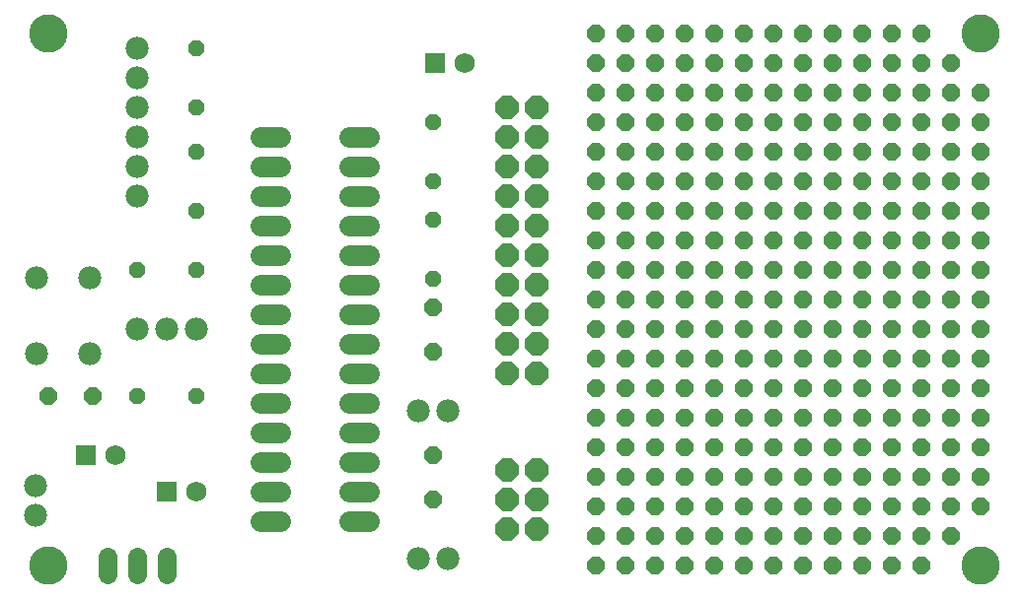
<source format=gts>
G75*
G70*
%OFA0B0*%
%FSLAX24Y24*%
%IPPOS*%
%LPD*%
%AMOC8*
5,1,8,0,0,1.08239X$1,22.5*
%
%ADD10C,0.1300*%
%ADD11C,0.0690*%
%ADD12OC8,0.0600*%
%ADD13C,0.0780*%
%ADD14OC8,0.0560*%
%ADD15C,0.0690*%
%ADD16R,0.0690X0.0690*%
%ADD17C,0.0640*%
%ADD18OC8,0.0780*%
D10*
X001160Y001500D03*
X001160Y019500D03*
X032660Y019500D03*
X032660Y001500D03*
D11*
X011985Y003000D02*
X011335Y003000D01*
X011335Y004000D02*
X011985Y004000D01*
X011985Y005000D02*
X011335Y005000D01*
X011335Y006000D02*
X011985Y006000D01*
X011985Y007000D02*
X011335Y007000D01*
X011335Y008000D02*
X011985Y008000D01*
X011985Y009000D02*
X011335Y009000D01*
X011335Y010000D02*
X011985Y010000D01*
X011985Y011000D02*
X011335Y011000D01*
X011335Y012000D02*
X011985Y012000D01*
X011985Y013000D02*
X011335Y013000D01*
X011335Y014000D02*
X011985Y014000D01*
X011985Y015000D02*
X011335Y015000D01*
X011335Y016000D02*
X011985Y016000D01*
X008985Y016000D02*
X008335Y016000D01*
X008335Y015000D02*
X008985Y015000D01*
X008985Y014000D02*
X008335Y014000D01*
X008335Y013000D02*
X008985Y013000D01*
X008985Y012000D02*
X008335Y012000D01*
X008335Y011000D02*
X008985Y011000D01*
X008985Y010000D02*
X008335Y010000D01*
X008335Y009000D02*
X008985Y009000D01*
X008985Y008000D02*
X008335Y008000D01*
X008335Y007000D02*
X008985Y007000D01*
X008985Y006000D02*
X008335Y006000D01*
X008335Y005000D02*
X008985Y005000D01*
X008985Y004000D02*
X008335Y004000D01*
X008335Y003000D02*
X008985Y003000D01*
D12*
X014160Y003750D03*
X014160Y005250D03*
X014160Y008750D03*
X014160Y010250D03*
X019660Y010500D03*
X020660Y010500D03*
X021660Y010500D03*
X022660Y010500D03*
X023660Y010500D03*
X024660Y010500D03*
X025660Y010500D03*
X026660Y010500D03*
X027660Y010500D03*
X028660Y010500D03*
X029660Y010500D03*
X030660Y010500D03*
X031660Y010500D03*
X032660Y010500D03*
X032660Y009500D03*
X031660Y009500D03*
X030660Y009500D03*
X029660Y009500D03*
X028660Y009500D03*
X027660Y009500D03*
X026660Y009500D03*
X025660Y009500D03*
X024660Y009500D03*
X023660Y009500D03*
X022660Y009500D03*
X021660Y009500D03*
X020660Y009500D03*
X019660Y009500D03*
X019660Y008500D03*
X020660Y008500D03*
X021660Y008500D03*
X022660Y008500D03*
X023660Y008500D03*
X024660Y008500D03*
X025660Y008500D03*
X026660Y008500D03*
X027660Y008500D03*
X028660Y008500D03*
X029660Y008500D03*
X030660Y008500D03*
X031660Y008500D03*
X032660Y008500D03*
X032660Y007500D03*
X031660Y007500D03*
X030660Y007500D03*
X029660Y007500D03*
X028660Y007500D03*
X027660Y007500D03*
X026660Y007500D03*
X025660Y007500D03*
X024660Y007500D03*
X023660Y007500D03*
X022660Y007500D03*
X021660Y007500D03*
X020660Y007500D03*
X019660Y007500D03*
X019660Y006500D03*
X020660Y006500D03*
X021660Y006500D03*
X022660Y006500D03*
X023660Y006500D03*
X024660Y006500D03*
X025660Y006500D03*
X026660Y006500D03*
X027660Y006500D03*
X028660Y006500D03*
X029660Y006500D03*
X030660Y006500D03*
X031660Y006500D03*
X032660Y006500D03*
X032660Y005500D03*
X031660Y005500D03*
X030660Y005500D03*
X029660Y005500D03*
X028660Y005500D03*
X027660Y005500D03*
X026660Y005500D03*
X025660Y005500D03*
X024660Y005500D03*
X023660Y005500D03*
X022660Y005500D03*
X021660Y005500D03*
X020660Y005500D03*
X019660Y005500D03*
X019660Y004500D03*
X020660Y004500D03*
X021660Y004500D03*
X022660Y004500D03*
X023660Y004500D03*
X024660Y004500D03*
X025660Y004500D03*
X026660Y004500D03*
X027660Y004500D03*
X028660Y004500D03*
X029660Y004500D03*
X030660Y004500D03*
X031660Y004500D03*
X032660Y004500D03*
X032660Y003500D03*
X031660Y003500D03*
X030660Y003500D03*
X029660Y003500D03*
X028660Y003500D03*
X027660Y003500D03*
X026660Y003500D03*
X025660Y003500D03*
X024660Y003500D03*
X023660Y003500D03*
X022660Y003500D03*
X021660Y003500D03*
X020660Y003500D03*
X019660Y003500D03*
X019660Y002500D03*
X020660Y002500D03*
X021660Y002500D03*
X022660Y002500D03*
X023660Y002500D03*
X024660Y002500D03*
X025660Y002500D03*
X026660Y002500D03*
X027660Y002500D03*
X028660Y002500D03*
X029660Y002500D03*
X030660Y002500D03*
X031660Y002500D03*
X030660Y001500D03*
X029660Y001500D03*
X028660Y001500D03*
X027660Y001500D03*
X026660Y001500D03*
X025660Y001500D03*
X024660Y001500D03*
X023660Y001500D03*
X022660Y001500D03*
X021660Y001500D03*
X020660Y001500D03*
X019660Y001500D03*
X019660Y011500D03*
X020660Y011500D03*
X021660Y011500D03*
X022660Y011500D03*
X023660Y011500D03*
X024660Y011500D03*
X025660Y011500D03*
X026660Y011500D03*
X027660Y011500D03*
X028660Y011500D03*
X029660Y011500D03*
X030660Y011500D03*
X031660Y011500D03*
X032660Y011500D03*
X032660Y012500D03*
X031660Y012500D03*
X030660Y012500D03*
X029660Y012500D03*
X028660Y012500D03*
X027660Y012500D03*
X026660Y012500D03*
X025660Y012500D03*
X024660Y012500D03*
X023660Y012500D03*
X022660Y012500D03*
X021660Y012500D03*
X020660Y012500D03*
X019660Y012500D03*
X019660Y013500D03*
X020660Y013500D03*
X021660Y013500D03*
X022660Y013500D03*
X023660Y013500D03*
X024660Y013500D03*
X025660Y013500D03*
X026660Y013500D03*
X027660Y013500D03*
X028660Y013500D03*
X029660Y013500D03*
X030660Y013500D03*
X031660Y013500D03*
X032660Y013500D03*
X032660Y014500D03*
X031660Y014500D03*
X030660Y014500D03*
X029660Y014500D03*
X028660Y014500D03*
X027660Y014500D03*
X026660Y014500D03*
X025660Y014500D03*
X024660Y014500D03*
X023660Y014500D03*
X022660Y014500D03*
X021660Y014500D03*
X020660Y014500D03*
X019660Y014500D03*
X019660Y015500D03*
X020660Y015500D03*
X021660Y015500D03*
X022660Y015500D03*
X023660Y015500D03*
X024660Y015500D03*
X025660Y015500D03*
X026660Y015500D03*
X027660Y015500D03*
X028660Y015500D03*
X029660Y015500D03*
X030660Y015500D03*
X031660Y015500D03*
X032660Y015500D03*
X032660Y016500D03*
X031660Y016500D03*
X030660Y016500D03*
X029660Y016500D03*
X028660Y016500D03*
X027660Y016500D03*
X026660Y016500D03*
X025660Y016500D03*
X024660Y016500D03*
X023660Y016500D03*
X022660Y016500D03*
X021660Y016500D03*
X020660Y016500D03*
X019660Y016500D03*
X019660Y017500D03*
X020660Y017500D03*
X021660Y017500D03*
X022660Y017500D03*
X023660Y017500D03*
X024660Y017500D03*
X025660Y017500D03*
X026660Y017500D03*
X027660Y017500D03*
X028660Y017500D03*
X029660Y017500D03*
X030660Y017500D03*
X031660Y017500D03*
X032660Y017500D03*
X031660Y018500D03*
X030660Y018500D03*
X029660Y018500D03*
X028660Y018500D03*
X027660Y018500D03*
X026660Y018500D03*
X025660Y018500D03*
X024660Y018500D03*
X023660Y018500D03*
X022660Y018500D03*
X021660Y018500D03*
X020660Y018500D03*
X019660Y018500D03*
X019660Y019500D03*
X020660Y019500D03*
X021660Y019500D03*
X022660Y019500D03*
X023660Y019500D03*
X024660Y019500D03*
X025660Y019500D03*
X026660Y019500D03*
X027660Y019500D03*
X028660Y019500D03*
X029660Y019500D03*
X030660Y019500D03*
X002660Y007250D03*
X001160Y007250D03*
D13*
X000770Y008670D03*
X002550Y008670D03*
X004160Y009500D03*
X005160Y009500D03*
X006160Y009500D03*
X002550Y011230D03*
X000770Y011230D03*
X004160Y014000D03*
X004160Y015000D03*
X004160Y016000D03*
X004160Y017000D03*
X004160Y018000D03*
X004160Y019000D03*
X013660Y006750D03*
X014660Y006750D03*
X014660Y001750D03*
X013660Y001750D03*
X000736Y003186D03*
X000736Y004186D03*
D14*
X004160Y007250D03*
X006160Y007250D03*
X006160Y011500D03*
X004160Y011500D03*
X006160Y013500D03*
X006160Y015500D03*
X006160Y017000D03*
X006160Y019000D03*
X014160Y016500D03*
X014160Y014500D03*
X014160Y013200D03*
X014160Y011200D03*
D15*
X003410Y005250D03*
X006160Y004000D03*
X015210Y018500D03*
D16*
X014210Y018500D03*
X002410Y005250D03*
X005160Y004000D03*
D17*
X005160Y001800D02*
X005160Y001200D01*
X004160Y001200D02*
X004160Y001800D01*
X003160Y001800D02*
X003160Y001200D01*
D18*
X016660Y002750D03*
X017660Y002750D03*
X017660Y003750D03*
X016660Y003750D03*
X016660Y004750D03*
X017660Y004750D03*
X017660Y008000D03*
X016660Y008000D03*
X016660Y009000D03*
X017660Y009000D03*
X017660Y010000D03*
X016660Y010000D03*
X016660Y011000D03*
X017660Y011000D03*
X017660Y012000D03*
X016660Y012000D03*
X016660Y013000D03*
X017660Y013000D03*
X017660Y014000D03*
X016660Y014000D03*
X016660Y015000D03*
X017660Y015000D03*
X017660Y016000D03*
X016660Y016000D03*
X016660Y017000D03*
X017660Y017000D03*
M02*

</source>
